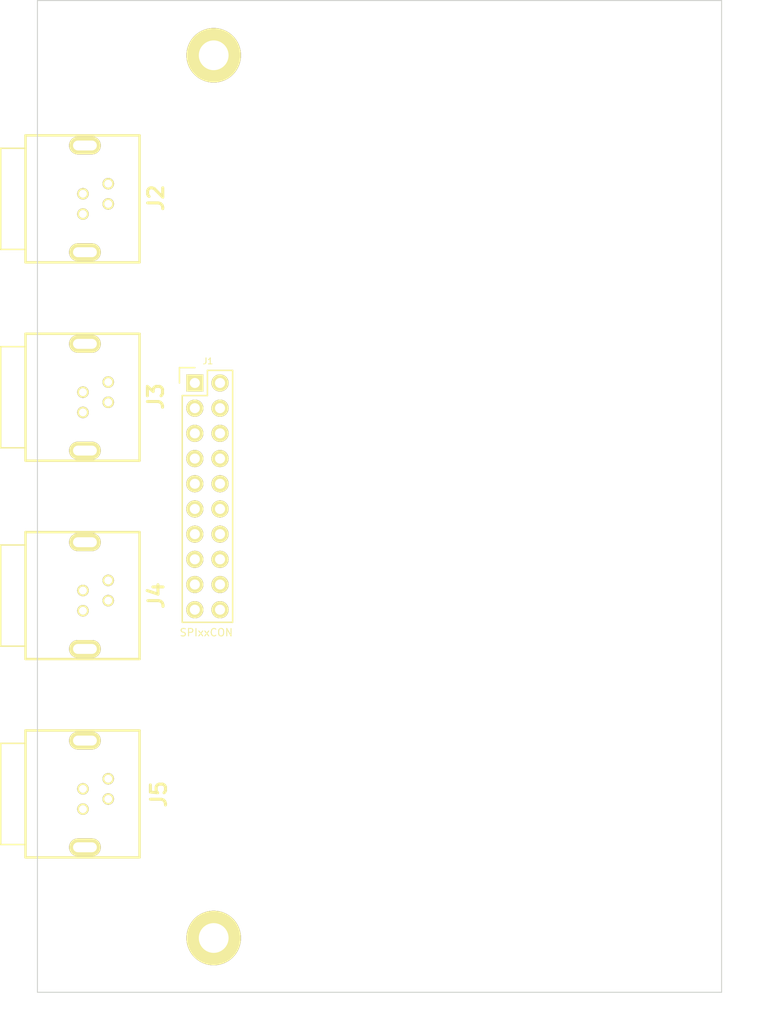
<source format=kicad_pcb>
(kicad_pcb (version 20211014) (generator pcbnew)
  (layers (0 "F.Cu" signal) (31 "B.Cu" signal) (34 "B.Paste" user) (35 "F.Paste" user) (36 "B.SilkS" user "B.Silkscreen") (37 "F.SilkS" user "F.Silkscreen") (38 "B.Mask" user) (39 "F.Mask" user) (44 "Edge.Cuts" user))
  (net 0 "")
  (net 1 "+5V")
  (net 2 "GND")
  (net 3 "+3.3VP")
  (net 4 "/SPIxxCON/BUS_MOSI")
  (net 5 "/SPIxxCON/BUS_CS")
  (net 6 "/SPIxxCON/BUS_RS")
  (net 7 "/SPIxxCON/BUS_CLK")
  (net 8 "/SPIxxCON/BUS_DIO3")
  (net 9 "/SPIxxCON/BUS_DIO2")
  (net 10 "/SPIxxCON/BUS_DIO1")
  (net 11 "/SPIxxCON/BUS_DIO4")
  (net 12 "/SPIxxCON/BUS_MISO")
  (net 13 "/SPIxxCON/BUS_INTMISO")
  (net 14 "/SPIxxCON/BUS_INTMOSI")
  (net 15 "/SPIxxCON/BUS_PwrGood")
  (footprint "CONTROLE:RJ11-4P4C-HIROSE" (layer "F.Cu") (at 76.075 119.825 -90)
    (fp_text reference "J5" (at 0.025 -13.425 -90) (layer "F.SilkS") (effects (font (size 1.524 1.524) (thickness 0.3048))))
    (fp_text value "RJ11" hide)
    (fp_line (start -6.4 -11.5) (end 6.4 -11.5) (layer "F.SilkS") (width 0.25))
    (fp_line (start -5.1 2.5) (end 5.1 2.5) (layer "F.SilkS") (width 0.15))
    (fp_line (start -5.1 0) (end -5.1 2.5) (layer "F.SilkS") (width 0.15))
    (fp_line (start 6.4 -11.5) (end 6.4 0) (layer "F.SilkS") (width 0.25))
    (fp_line (start -6.4 -11.5) (end -6.4 0) (layer "F.SilkS") (width 0.25))
    (fp_line (start 5.1 0) (end 5.1 2.5) (layer "F.SilkS") (width 0.15))
    (fp_line (start -6.4 0) (end 6.4 0) (layer "F.SilkS") (width 0.25))
    (pad "1" thru_hole circle locked (at 0.51 -8.34 270) (size 1.16 1.16) (drill 0.8) (layers *.Cu *.Mask "F.SilkS"))
    (pad "2" thru_hole circle locked (at -1.53 -8.34 270) (size 1.16 1.16) (drill 0.8) (layers *.Cu *.Mask "F.SilkS"))
    (pad "3" thru_hole circle locked (at -0.51 -5.79 270) (size 1.16 1.16) (drill 0.8) (layers *.Cu *.Mask "F.SilkS"))
    (pad "4" thru_hole circle locked (at 1.53 -5.79 270) (size 1.16 1.16) (drill 0.8) (layers *.Cu *.Mask "F.SilkS"))
    (pad "7" thru_hole oval locked (at -5.38 -5.99 270) (size 1.8 3.2) (drill oval 1 2.4) (layers *.Cu *.Mask "F.SilkS"))
    (pad "8" thru_hole oval locked (at 5.38 -5.99 270) (size 1.8 3.2) (drill oval 1 2.4) (layers *.Cu *.Mask "F.SilkS"))
  )
  (footprint "CONTROLE:RJ11-4P4C-HIROSE" (layer "F.Cu") (at 76.075 99.825 -90)
    (fp_text reference "J4" (at 0 -13.175 -90) (layer "F.SilkS") (effects (font (size 1.524 1.524) (thickness 0.3048))))
    (fp_text value "RJ11" hide)
    (fp_line (start -5.1 0) (end -5.1 2.5) (layer "F.SilkS") (width 0.15))
    (fp_line (start -6.4 -11.5) (end -6.4 0) (layer "F.SilkS") (width 0.25))
    (fp_line (start 5.1 0) (end 5.1 2.5) (layer "F.SilkS") (width 0.15))
    (fp_line (start -6.4 0) (end 6.4 0) (layer "F.SilkS") (width 0.25))
    (fp_line (start 6.4 -11.5) (end 6.4 0) (layer "F.SilkS") (width 0.25))
    (fp_line (start -5.1 2.5) (end 5.1 2.5) (layer "F.SilkS") (width 0.15))
    (fp_line (start -6.4 -11.5) (end 6.4 -11.5) (layer "F.SilkS") (width 0.25))
    (pad "1" thru_hole circle locked (at 0.51 -8.34 270) (size 1.16 1.16) (drill 0.8) (layers *.Cu *.Mask "F.SilkS"))
    (pad "2" thru_hole circle locked (at -1.53 -8.34 270) (size 1.16 1.16) (drill 0.8) (layers *.Cu *.Mask "F.SilkS"))
    (pad "3" thru_hole circle locked (at -0.51 -5.79 270) (size 1.16 1.16) (drill 0.8) (layers *.Cu *.Mask "F.SilkS"))
    (pad "4" thru_hole circle locked (at 1.53 -5.79 270) (size 1.16 1.16) (drill 0.8) (layers *.Cu *.Mask "F.SilkS"))
    (pad "7" thru_hole oval locked (at -5.38 -5.99 270) (size 1.8 3.2) (drill oval 1 2.4) (layers *.Cu *.Mask "F.SilkS"))
    (pad "8" thru_hole oval locked (at 5.38 -5.99 270) (size 1.8 3.2) (drill oval 1 2.4) (layers *.Cu *.Mask "F.SilkS"))
  )
  (footprint "" (layer "F.Cu") (at 95.05 45.35)
    (fp_text reference "" (at 0 0) (layer "F.SilkS") (effects (font (size 1.27 1.27))))
    (fp_text value "" (at 0 0) (layer "F.SilkS") (effects (font (size 1.27 1.27))))
    (pad "1" thru_hole circle locked (at 0 0 180) (size 5.5 5.5) (drill 3) (layers *.Cu *.Mask "F.SilkS"))
  )
  (footprint "Pin_Headers:Pin_Header_Straight_2x10" (layer "F.Cu") (at 93.1495 78.39)
    (fp_text reference "J1" (at 1.3255 -2.2004) (layer "F.SilkS") (effects (font (size 0.6 0.6) (thickness 0.1))))
    (fp_text value "SPIxxCON" (at 1.1505 25.16) (layer "F.SilkS") (effects (font (size 0.75 0.75) (thickness 0.1))))
    (fp_line (start -1.55 -1.55) (end -1.55 0) (layer "F.SilkS") (width 0.15))
    (fp_line (start 3.81 -1.27) (end 1.27 -1.27) (layer "F.SilkS") (width 0.15))
    (fp_line (start -1.27 1.27) (end -1.27 24.13) (layer "F.SilkS") (width 0.15))
    (fp_line (start 1.27 -1.27) (end 1.27 1.27) (layer "F.SilkS") (width 0.15))
    (fp_line (start 0 -1.55) (end -1.55 -1.55) (layer "F.SilkS") (width 0.15))
    (fp_line (start 3.81 24.13) (end -1.27 24.13) (layer "F.SilkS") (width 0.15))
    (fp_line (start 1.27 1.27) (end -1.27 1.27) (layer "F.SilkS") (width 0.15))
    (fp_line (start 3.81 24.13) (end 3.81 -1.27) (layer "F.SilkS") (width 0.15))
    (pad "1" thru_hole rect locked (at 0 0) (size 1.7272 1.7272) (drill 1.016) (layers *.Cu *.Mask "F.SilkS") (net 3 "+3.3VP"))
    (pad "2" thru_hole oval locked (at 2.54 0) (size 1.7272 1.7272) (drill 1.016) (layers *.Cu *.Mask "F.SilkS") (net 3 "+3.3VP"))
    (pad "3" thru_hole oval locked (at 0 2.54) (size 1.7272 1.7272) (drill 1.016) (layers *.Cu *.Mask "F.SilkS") (net 2 "GND"))
    (pad "4" thru_hole oval locked (at 2.54 2.54) (size 1.7272 1.7272) (drill 1.016) (layers *.Cu *.Mask "F.SilkS") (net 2 "GND"))
    (pad "5" thru_hole oval locked (at 0 5.08) (size 1.7272 1.7272) (drill 1.016) (layers *.Cu *.Mask "F.SilkS") (net 1 "+5V"))
    (pad "6" thru_hole oval locked (at 2.54 5.08) (size 1.7272 1.7272) (drill 1.016) (layers *.Cu *.Mask "F.SilkS") (net 1 "+5V"))
    (pad "7" thru_hole oval locked (at 0 7.62) (size 1.7272 1.7272) (drill 1.016) (layers *.Cu *.Mask "F.SilkS") (net 11 "/SPIxxCON/BUS_DIO4"))
    (pad "8" thru_hole oval locked (at 2.54 7.62) (size 1.7272 1.7272) (drill 1.016) (layers *.Cu *.Mask "F.SilkS") (net 10 "/SPIxxCON/BUS_DIO1"))
    (pad "9" thru_hole oval locked (at 0 10.16) (size 1.7272 1.7272) (drill 1.016) (layers *.Cu *.Mask "F.SilkS") (net 8 "/SPIxxCON/BUS_DIO3"))
    (pad "10" thru_hole oval locked (at 2.54 10.16) (size 1.7272 1.7272) (drill 1.016) (layers *.Cu *.Mask "F.SilkS") (net 9 "/SPIxxCON/BUS_DIO2"))
    (pad "11" thru_hole oval locked (at 0 12.7) (size 1.7272 1.7272) (drill 1.016) (layers *.Cu *.Mask "F.SilkS") (net 12 "/SPIxxCON/BUS_MISO"))
    (pad "12" thru_hole oval locked (at 2.54 12.7) (size 1.7272 1.7272) (drill 1.016) (layers *.Cu *.Mask "F.SilkS") (net 4 "/SPIxxCON/BUS_MOSI"))
    (pad "13" thru_hole oval locked (at 0 15.24) (size 1.7272 1.7272) (drill 1.016) (layers *.Cu *.Mask "F.SilkS") (net 13 "/SPIxxCON/BUS_INTMISO"))
    (pad "14" thru_hole oval locked (at 2.54 15.24) (size 1.7272 1.7272) (drill 1.016) (layers *.Cu *.Mask "F.SilkS") (net 14 "/SPIxxCON/BUS_INTMOSI"))
    (pad "15" thru_hole oval locked (at 0 17.78) (size 1.7272 1.7272) (drill 1.016) (layers *.Cu *.Mask "F.SilkS") (net 5 "/SPIxxCON/BUS_CS"))
    (pad "16" thru_hole oval locked (at 2.54 17.78) (size 1.7272 1.7272) (drill 1.016) (layers *.Cu *.Mask "F.SilkS") (net 6 "/SPIxxCON/BUS_RS"))
    (pad "17" thru_hole oval locked (at 0 20.32) (size 1.7272 1.7272) (drill 1.016) (layers *.Cu *.Mask "F.SilkS") (net 2 "GND"))
    (pad "18" thru_hole oval locked (at 2.54 20.32) (size 1.7272 1.7272) (drill 1.016) (layers *.Cu *.Mask "F.SilkS") (net 7 "/SPIxxCON/BUS_CLK"))
    (pad "19" thru_hole oval locked (at 0 22.86) (size 1.7272 1.7272) (drill 1.016) (layers *.Cu *.Mask "F.SilkS") (net 15 "/SPIxxCON/BUS_PwrGood"))
    (pad "20" thru_hole oval locked (at 2.54 22.86) (size 1.7272 1.7272) (drill 1.016) (layers *.Cu *.Mask "F.SilkS") (net 2 "GND"))
  )
  (footprint "CONTROLE:RJ11-4P4C-HIROSE" (layer "F.Cu") (at 76.075 59.825 -90)
    (fp_text reference "J2" (at -0.1 -13.15 -90) (layer "F.SilkS") (effects (font (size 1.524 1.524) (thickness 0.3048))))
    (fp_text value "RJ11" hide)
    (fp_line (start -6.4 -11.5) (end 6.4 -11.5) (layer "F.SilkS") (width 0.25))
    (fp_line (start -6.4 0) (end 6.4 0) (layer "F.SilkS") (width 0.25))
    (fp_line (start -5.1 0) (end -5.1 2.5) (layer "F.SilkS") (width 0.15))
    (fp_line (start 5.1 0) (end 5.1 2.5) (layer "F.SilkS") (width 0.15))
    (fp_line (start -6.4 -11.5) (end -6.4 0) (layer "F.SilkS") (width 0.25))
    (fp_line (start 6.4 -11.5) (end 6.4 0) (layer "F.SilkS") (width 0.25))
    (fp_line (start -5.1 2.5) (end 5.1 2.5) (layer "F.SilkS") (width 0.15))
    (pad "1" thru_hole circle locked (at 0.51 -8.34 270) (size 1.16 1.16) (drill 0.8) (layers *.Cu *.Mask "F.SilkS"))
    (pad "2" thru_hole circle locked (at -1.53 -8.34 270) (size 1.16 1.16) (drill 0.8) (layers *.Cu *.Mask "F.SilkS"))
    (pad "3" thru_hole circle locked (at -0.51 -5.79 270) (size 1.16 1.16) (drill 0.8) (layers *.Cu *.Mask "F.SilkS"))
    (pad "4" thru_hole circle locked (at 1.53 -5.79 270) (size 1.16 1.16) (drill 0.8) (layers *.Cu *.Mask "F.SilkS"))
    (pad "7" thru_hole oval locked (at -5.38 -5.99 270) (size 1.8 3.2) (drill oval 1 2.4) (layers *.Cu *.Mask "F.SilkS"))
    (pad "8" thru_hole oval locked (at 5.38 -5.99 270) (size 1.8 3.2) (drill oval 1 2.4) (layers *.Cu *.Mask "F.SilkS"))
  )
  (footprint "CONTROLE:RJ11-4P4C-HIROSE" (layer "F.Cu") (at 76.075 79.825 -90)
    (fp_text reference "J3" (at -0.075 -13.125 -90) (layer "F.SilkS") (effects (font (size 1.524 1.524) (thickness 0.3048))))
    (fp_text value "RJ11" hide)
    (fp_line (start -6.4 -11.5) (end -6.4 0) (layer "F.SilkS") (width 0.25))
    (fp_line (start -5.1 2.5) (end 5.1 2.5) (layer "F.SilkS") (width 0.15))
    (fp_line (start -6.4 -11.5) (end 6.4 -11.5) (layer "F.SilkS") (width 0.25))
    (fp_line (start 5.1 0) (end 5.1 2.5) (layer "F.SilkS") (width 0.15))
    (fp_line (start -6.4 0) (end 6.4 0) (layer "F.SilkS") (width 0.25))
    (fp_line (start 6.4 -11.5) (end 6.4 0) (layer "F.SilkS") (width 0.25))
    (fp_line (start -5.1 0) (end -5.1 2.5) (layer "F.SilkS") (width 0.15))
    (pad "1" thru_hole circle locked (at 0.51 -8.34 270) (size 1.16 1.16) (drill 0.8) (layers *.Cu *.Mask "F.SilkS"))
    (pad "2" thru_hole circle locked (at -1.53 -8.34 270) (size 1.16 1.16) (drill 0.8) (layers *.Cu *.Mask "F.SilkS"))
    (pad "3" thru_hole circle locked (at -0.51 -5.79 270) (size 1.16 1.16) (drill 0.8) (layers *.Cu *.Mask "F.SilkS"))
    (pad "4" thru_hole circle locked (at 1.53 -5.79 270) (size 1.16 1.16) (drill 0.8) (layers *.Cu *.Mask "F.SilkS"))
    (pad "7" thru_hole oval locked (at -5.38 -5.99 270) (size 1.8 3.2) (drill oval 1 2.4) (layers *.Cu *.Mask "F.SilkS"))
    (pad "8" thru_hole oval locked (at 5.38 -5.99 270) (size 1.8 3.2) (drill oval 1 2.4) (layers *.Cu *.Mask "F.SilkS"))
  )
  (footprint "" (layer "F.Cu") (at 95.05 134.35)
    (fp_text reference "" (at 0 0) (layer "F.SilkS") (effects (font (size 1.27 1.27))))
    (fp_text value "" (at 0 0) (layer "F.SilkS") (effects (font (size 1.27 1.27))))
    (pad "1" thru_hole circle locked (at 0 0 180) (size 5.5 5.5) (drill 3) (layers *.Cu *.Mask "F.SilkS"))
  )
  (gr_line locked (start 146.275 139.825) (end 77.275 139.825) (layer "Edge.Cuts") (width 0.1))
  (gr_line locked (start 77.275 39.825) (end 146.275 39.825) (layer "Edge.Cuts") (width 0.1))
  (gr_line locked (start 146.275 39.825) (end 146.275 139.825) (layer "Edge.Cuts") (width 0.1))
  (gr_line locked (start 77.275 139.825) (end 77.275 39.825) (layer "Edge.Cuts") (width 0.1))
)
</source>
